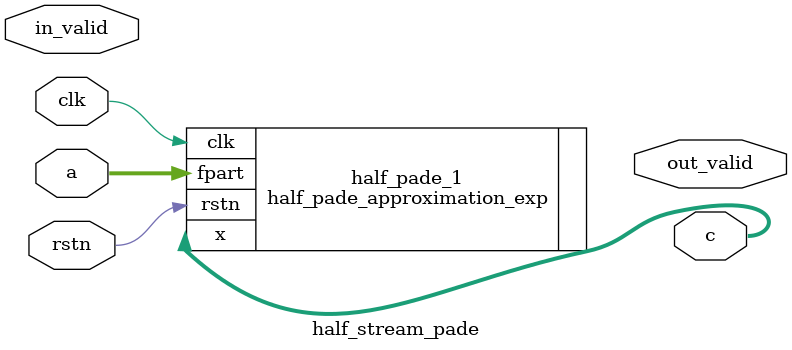
<source format=sv>
/* verilator lint_off WIDTHEXPAND */

module half_stream_pade
#(
parameter BITS = 16,
parameter LENGTH = 10
)
(
input rstn,
input clk,
input in_valid,
input [BITS-1:0] a,
output logic out_valid,
output logic [BITS-1:0] c
);

half_pade_approximation_exp
half_pade_1
(
.rstn,
.clk,
//.in_valid,
.fpart(a),
//.out_valid,
.x(c)
);

endmodule

</source>
